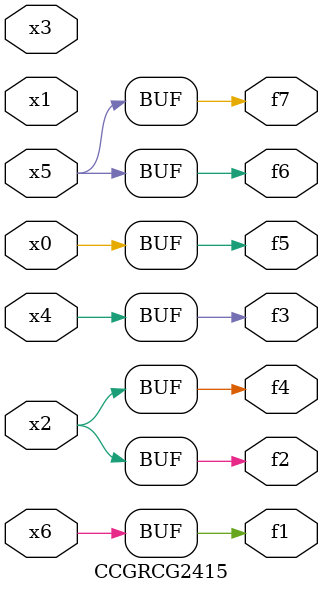
<source format=v>
module CCGRCG2415(
	input x0, x1, x2, x3, x4, x5, x6,
	output f1, f2, f3, f4, f5, f6, f7
);
	assign f1 = x6;
	assign f2 = x2;
	assign f3 = x4;
	assign f4 = x2;
	assign f5 = x0;
	assign f6 = x5;
	assign f7 = x5;
endmodule

</source>
